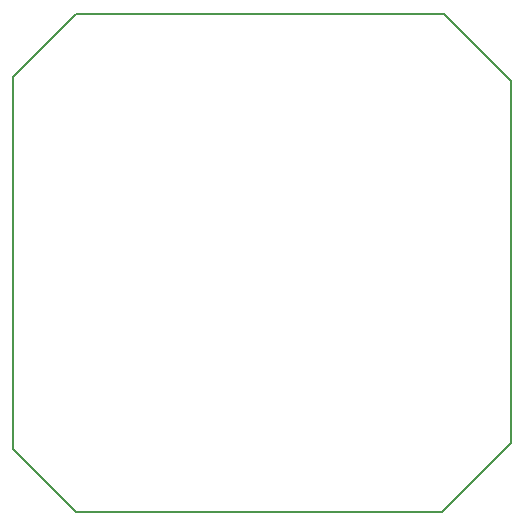
<source format=gm1>
G04 #@! TF.FileFunction,Profile,NP*
%FSLAX46Y46*%
G04 Gerber Fmt 4.6, Leading zero omitted, Abs format (unit mm)*
G04 Created by KiCad (PCBNEW 4.0.7) date 08/21/18 13:31:30*
%MOMM*%
%LPD*%
G01*
G04 APERTURE LIST*
%ADD10C,0.100000*%
%ADD11C,0.150000*%
G04 APERTURE END LIST*
D10*
D11*
X156591000Y-95250000D02*
X125476000Y-95250000D01*
X156718000Y-95377000D02*
X156591000Y-95250000D01*
X162306000Y-100965000D02*
X156718000Y-95377000D01*
X162306000Y-131572000D02*
X162306000Y-100965000D01*
X156464000Y-137414000D02*
X162306000Y-131572000D01*
X125476000Y-137414000D02*
X156464000Y-137414000D01*
X120142000Y-132080000D02*
X125476000Y-137414000D01*
X120142000Y-100584000D02*
X120142000Y-132080000D01*
X120269000Y-100457000D02*
X120142000Y-100584000D01*
X125476000Y-95250000D02*
X120269000Y-100457000D01*
M02*

</source>
